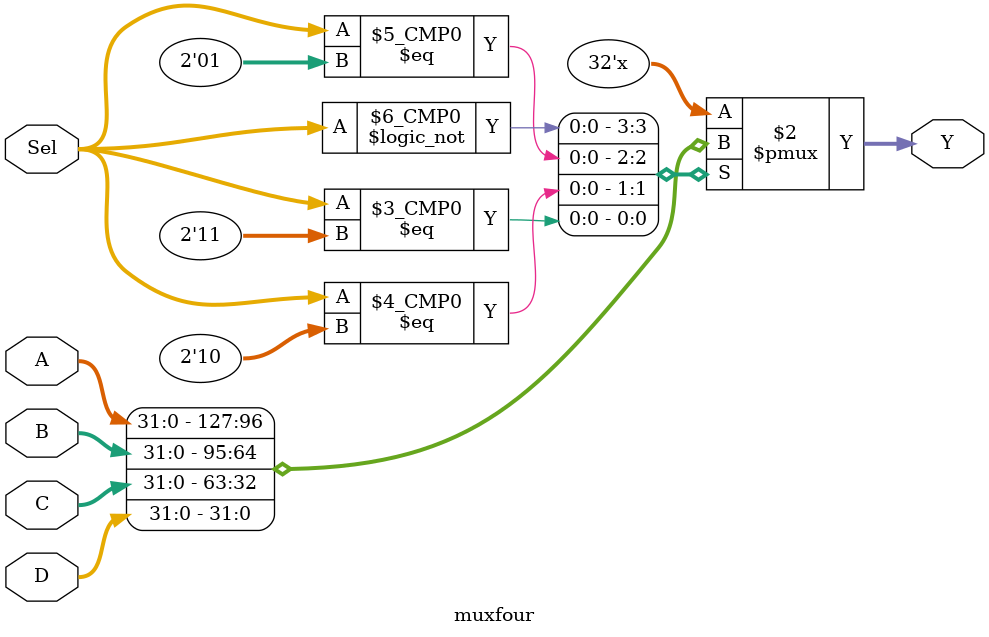
<source format=sv>

module muxfour #(parameter n = 32)(
    input        [  1:0] Sel,
    input        [n-1:0] A  ,
                         B  ,
                         C  ,
                         D  ,
    output logic [n-1:0] Y
);

always_comb
    case(Sel)
        0: Y = A;
        1: Y = B;
        2: Y = C;
        3: Y = D;
    endcase

endmodule

</source>
